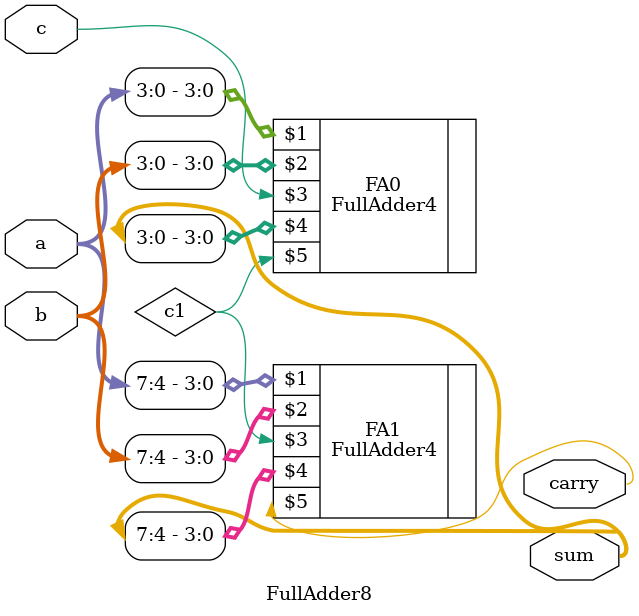
<source format=v>
`include "FullAdder4.v"
module FullAdder8(a,b,c,sum,carry);
input [7:0] a,b;
input c;
output [7:0] sum;
output carry;
wire c1;

FullAdder4 FA0(a[3:0],b[3:0],c,sum[3:0],c1);
FullAdder4 FA1(a[7:4],b[7:4],c1,sum[7:4],carry);
endmodule

</source>
